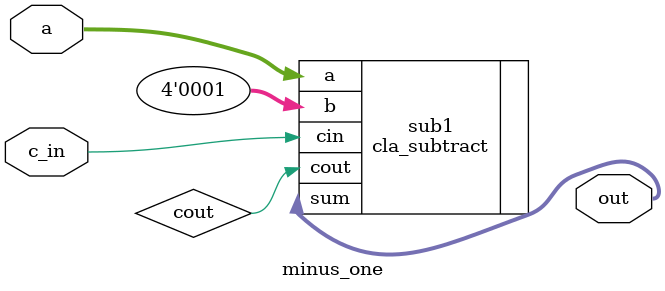
<source format=v>
`timescale 1ns / 1ps


module minus_one(
    input [3:0] a,
    input c_in,
    output [3:0] out
    );
    
    wire cout;
    
    cla_subtract sub1 (.a(a), .b(4'b0001), .cin(c_in), .sum(out), .cout(cout));
    
        
endmodule

</source>
